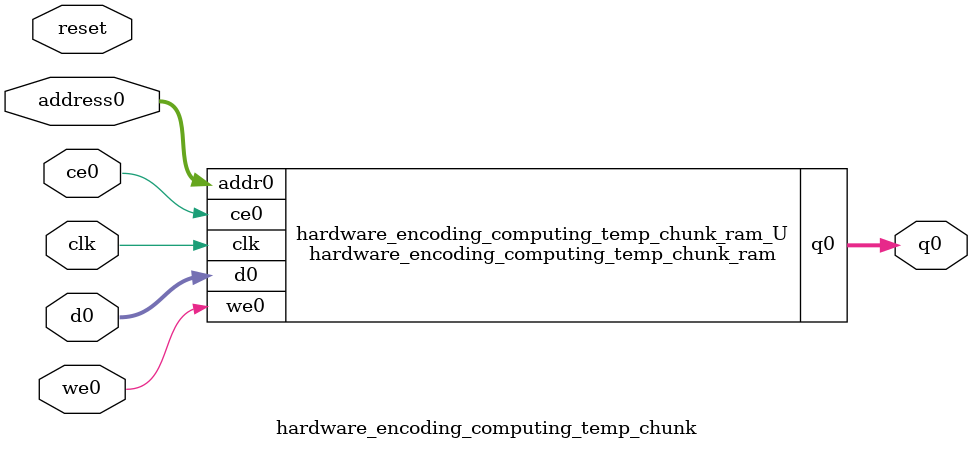
<source format=v>
`timescale 1 ns / 1 ps
module hardware_encoding_computing_temp_chunk_ram (addr0, ce0, d0, we0, q0,  clk);

parameter DWIDTH = 8;
parameter AWIDTH = 13;
parameter MEM_SIZE = 8192;

input[AWIDTH-1:0] addr0;
input ce0;
input[DWIDTH-1:0] d0;
input we0;
output reg[DWIDTH-1:0] q0;
input clk;

reg [DWIDTH-1:0] ram[0:MEM_SIZE-1];




always @(posedge clk)  
begin 
    if (ce0) begin
        if (we0) 
            ram[addr0] <= d0; 
        q0 <= ram[addr0];
    end
end


endmodule

`timescale 1 ns / 1 ps
module hardware_encoding_computing_temp_chunk(
    reset,
    clk,
    address0,
    ce0,
    we0,
    d0,
    q0);

parameter DataWidth = 32'd8;
parameter AddressRange = 32'd8192;
parameter AddressWidth = 32'd13;
input reset;
input clk;
input[AddressWidth - 1:0] address0;
input ce0;
input we0;
input[DataWidth - 1:0] d0;
output[DataWidth - 1:0] q0;



hardware_encoding_computing_temp_chunk_ram hardware_encoding_computing_temp_chunk_ram_U(
    .clk( clk ),
    .addr0( address0 ),
    .ce0( ce0 ),
    .we0( we0 ),
    .d0( d0 ),
    .q0( q0 ));

endmodule


</source>
